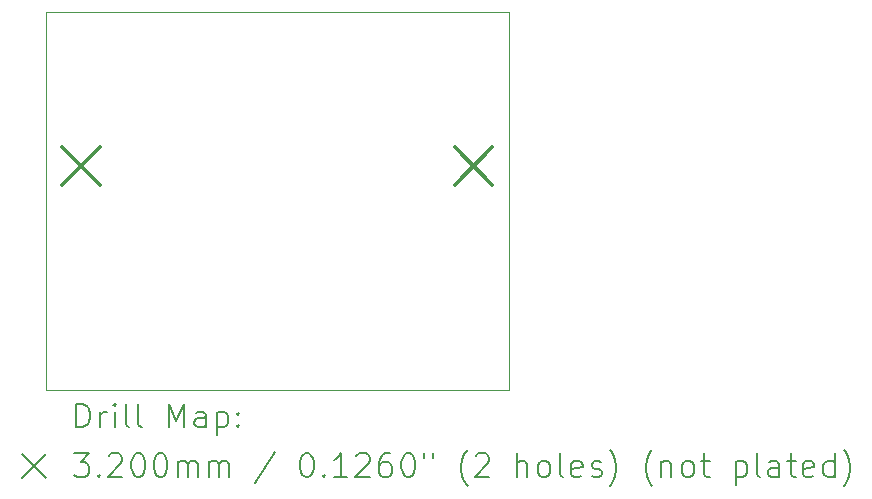
<source format=gbr>
%TF.GenerationSoftware,KiCad,Pcbnew,8.0.5*%
%TF.CreationDate,2024-10-24T17:48:36+02:00*%
%TF.ProjectId,parallel_adapter,70617261-6c6c-4656-9c5f-616461707465,rev?*%
%TF.SameCoordinates,Original*%
%TF.FileFunction,Drillmap*%
%TF.FilePolarity,Positive*%
%FSLAX45Y45*%
G04 Gerber Fmt 4.5, Leading zero omitted, Abs format (unit mm)*
G04 Created by KiCad (PCBNEW 8.0.5) date 2024-10-24 17:48:36*
%MOMM*%
%LPD*%
G01*
G04 APERTURE LIST*
%ADD10C,0.050000*%
%ADD11C,0.200000*%
%ADD12C,0.320000*%
G04 APERTURE END LIST*
D10*
X13060000Y-6920000D02*
X16980000Y-6920000D01*
X16980000Y-10120000D01*
X13060000Y-10120000D01*
X13060000Y-6920000D01*
D11*
D12*
X13200000Y-8060000D02*
X13520000Y-8380000D01*
X13520000Y-8060000D02*
X13200000Y-8380000D01*
X16520000Y-8060000D02*
X16840000Y-8380000D01*
X16840000Y-8060000D02*
X16520000Y-8380000D01*
D11*
X13318277Y-10433984D02*
X13318277Y-10233984D01*
X13318277Y-10233984D02*
X13365896Y-10233984D01*
X13365896Y-10233984D02*
X13394467Y-10243508D01*
X13394467Y-10243508D02*
X13413515Y-10262555D01*
X13413515Y-10262555D02*
X13423039Y-10281603D01*
X13423039Y-10281603D02*
X13432562Y-10319698D01*
X13432562Y-10319698D02*
X13432562Y-10348270D01*
X13432562Y-10348270D02*
X13423039Y-10386365D01*
X13423039Y-10386365D02*
X13413515Y-10405412D01*
X13413515Y-10405412D02*
X13394467Y-10424460D01*
X13394467Y-10424460D02*
X13365896Y-10433984D01*
X13365896Y-10433984D02*
X13318277Y-10433984D01*
X13518277Y-10433984D02*
X13518277Y-10300650D01*
X13518277Y-10338746D02*
X13527801Y-10319698D01*
X13527801Y-10319698D02*
X13537324Y-10310174D01*
X13537324Y-10310174D02*
X13556372Y-10300650D01*
X13556372Y-10300650D02*
X13575420Y-10300650D01*
X13642086Y-10433984D02*
X13642086Y-10300650D01*
X13642086Y-10233984D02*
X13632562Y-10243508D01*
X13632562Y-10243508D02*
X13642086Y-10253031D01*
X13642086Y-10253031D02*
X13651610Y-10243508D01*
X13651610Y-10243508D02*
X13642086Y-10233984D01*
X13642086Y-10233984D02*
X13642086Y-10253031D01*
X13765896Y-10433984D02*
X13746848Y-10424460D01*
X13746848Y-10424460D02*
X13737324Y-10405412D01*
X13737324Y-10405412D02*
X13737324Y-10233984D01*
X13870658Y-10433984D02*
X13851610Y-10424460D01*
X13851610Y-10424460D02*
X13842086Y-10405412D01*
X13842086Y-10405412D02*
X13842086Y-10233984D01*
X14099229Y-10433984D02*
X14099229Y-10233984D01*
X14099229Y-10233984D02*
X14165896Y-10376841D01*
X14165896Y-10376841D02*
X14232562Y-10233984D01*
X14232562Y-10233984D02*
X14232562Y-10433984D01*
X14413515Y-10433984D02*
X14413515Y-10329222D01*
X14413515Y-10329222D02*
X14403991Y-10310174D01*
X14403991Y-10310174D02*
X14384943Y-10300650D01*
X14384943Y-10300650D02*
X14346848Y-10300650D01*
X14346848Y-10300650D02*
X14327801Y-10310174D01*
X14413515Y-10424460D02*
X14394467Y-10433984D01*
X14394467Y-10433984D02*
X14346848Y-10433984D01*
X14346848Y-10433984D02*
X14327801Y-10424460D01*
X14327801Y-10424460D02*
X14318277Y-10405412D01*
X14318277Y-10405412D02*
X14318277Y-10386365D01*
X14318277Y-10386365D02*
X14327801Y-10367317D01*
X14327801Y-10367317D02*
X14346848Y-10357793D01*
X14346848Y-10357793D02*
X14394467Y-10357793D01*
X14394467Y-10357793D02*
X14413515Y-10348270D01*
X14508753Y-10300650D02*
X14508753Y-10500650D01*
X14508753Y-10310174D02*
X14527801Y-10300650D01*
X14527801Y-10300650D02*
X14565896Y-10300650D01*
X14565896Y-10300650D02*
X14584943Y-10310174D01*
X14584943Y-10310174D02*
X14594467Y-10319698D01*
X14594467Y-10319698D02*
X14603991Y-10338746D01*
X14603991Y-10338746D02*
X14603991Y-10395889D01*
X14603991Y-10395889D02*
X14594467Y-10414936D01*
X14594467Y-10414936D02*
X14584943Y-10424460D01*
X14584943Y-10424460D02*
X14565896Y-10433984D01*
X14565896Y-10433984D02*
X14527801Y-10433984D01*
X14527801Y-10433984D02*
X14508753Y-10424460D01*
X14689705Y-10414936D02*
X14699229Y-10424460D01*
X14699229Y-10424460D02*
X14689705Y-10433984D01*
X14689705Y-10433984D02*
X14680182Y-10424460D01*
X14680182Y-10424460D02*
X14689705Y-10414936D01*
X14689705Y-10414936D02*
X14689705Y-10433984D01*
X14689705Y-10310174D02*
X14699229Y-10319698D01*
X14699229Y-10319698D02*
X14689705Y-10329222D01*
X14689705Y-10329222D02*
X14680182Y-10319698D01*
X14680182Y-10319698D02*
X14689705Y-10310174D01*
X14689705Y-10310174D02*
X14689705Y-10329222D01*
X12857500Y-10662500D02*
X13057500Y-10862500D01*
X13057500Y-10662500D02*
X12857500Y-10862500D01*
X13299229Y-10653984D02*
X13423039Y-10653984D01*
X13423039Y-10653984D02*
X13356372Y-10730174D01*
X13356372Y-10730174D02*
X13384943Y-10730174D01*
X13384943Y-10730174D02*
X13403991Y-10739698D01*
X13403991Y-10739698D02*
X13413515Y-10749222D01*
X13413515Y-10749222D02*
X13423039Y-10768270D01*
X13423039Y-10768270D02*
X13423039Y-10815889D01*
X13423039Y-10815889D02*
X13413515Y-10834936D01*
X13413515Y-10834936D02*
X13403991Y-10844460D01*
X13403991Y-10844460D02*
X13384943Y-10853984D01*
X13384943Y-10853984D02*
X13327801Y-10853984D01*
X13327801Y-10853984D02*
X13308753Y-10844460D01*
X13308753Y-10844460D02*
X13299229Y-10834936D01*
X13508753Y-10834936D02*
X13518277Y-10844460D01*
X13518277Y-10844460D02*
X13508753Y-10853984D01*
X13508753Y-10853984D02*
X13499229Y-10844460D01*
X13499229Y-10844460D02*
X13508753Y-10834936D01*
X13508753Y-10834936D02*
X13508753Y-10853984D01*
X13594467Y-10673031D02*
X13603991Y-10663508D01*
X13603991Y-10663508D02*
X13623039Y-10653984D01*
X13623039Y-10653984D02*
X13670658Y-10653984D01*
X13670658Y-10653984D02*
X13689705Y-10663508D01*
X13689705Y-10663508D02*
X13699229Y-10673031D01*
X13699229Y-10673031D02*
X13708753Y-10692079D01*
X13708753Y-10692079D02*
X13708753Y-10711127D01*
X13708753Y-10711127D02*
X13699229Y-10739698D01*
X13699229Y-10739698D02*
X13584943Y-10853984D01*
X13584943Y-10853984D02*
X13708753Y-10853984D01*
X13832562Y-10653984D02*
X13851610Y-10653984D01*
X13851610Y-10653984D02*
X13870658Y-10663508D01*
X13870658Y-10663508D02*
X13880182Y-10673031D01*
X13880182Y-10673031D02*
X13889705Y-10692079D01*
X13889705Y-10692079D02*
X13899229Y-10730174D01*
X13899229Y-10730174D02*
X13899229Y-10777793D01*
X13899229Y-10777793D02*
X13889705Y-10815889D01*
X13889705Y-10815889D02*
X13880182Y-10834936D01*
X13880182Y-10834936D02*
X13870658Y-10844460D01*
X13870658Y-10844460D02*
X13851610Y-10853984D01*
X13851610Y-10853984D02*
X13832562Y-10853984D01*
X13832562Y-10853984D02*
X13813515Y-10844460D01*
X13813515Y-10844460D02*
X13803991Y-10834936D01*
X13803991Y-10834936D02*
X13794467Y-10815889D01*
X13794467Y-10815889D02*
X13784943Y-10777793D01*
X13784943Y-10777793D02*
X13784943Y-10730174D01*
X13784943Y-10730174D02*
X13794467Y-10692079D01*
X13794467Y-10692079D02*
X13803991Y-10673031D01*
X13803991Y-10673031D02*
X13813515Y-10663508D01*
X13813515Y-10663508D02*
X13832562Y-10653984D01*
X14023039Y-10653984D02*
X14042086Y-10653984D01*
X14042086Y-10653984D02*
X14061134Y-10663508D01*
X14061134Y-10663508D02*
X14070658Y-10673031D01*
X14070658Y-10673031D02*
X14080182Y-10692079D01*
X14080182Y-10692079D02*
X14089705Y-10730174D01*
X14089705Y-10730174D02*
X14089705Y-10777793D01*
X14089705Y-10777793D02*
X14080182Y-10815889D01*
X14080182Y-10815889D02*
X14070658Y-10834936D01*
X14070658Y-10834936D02*
X14061134Y-10844460D01*
X14061134Y-10844460D02*
X14042086Y-10853984D01*
X14042086Y-10853984D02*
X14023039Y-10853984D01*
X14023039Y-10853984D02*
X14003991Y-10844460D01*
X14003991Y-10844460D02*
X13994467Y-10834936D01*
X13994467Y-10834936D02*
X13984943Y-10815889D01*
X13984943Y-10815889D02*
X13975420Y-10777793D01*
X13975420Y-10777793D02*
X13975420Y-10730174D01*
X13975420Y-10730174D02*
X13984943Y-10692079D01*
X13984943Y-10692079D02*
X13994467Y-10673031D01*
X13994467Y-10673031D02*
X14003991Y-10663508D01*
X14003991Y-10663508D02*
X14023039Y-10653984D01*
X14175420Y-10853984D02*
X14175420Y-10720650D01*
X14175420Y-10739698D02*
X14184943Y-10730174D01*
X14184943Y-10730174D02*
X14203991Y-10720650D01*
X14203991Y-10720650D02*
X14232563Y-10720650D01*
X14232563Y-10720650D02*
X14251610Y-10730174D01*
X14251610Y-10730174D02*
X14261134Y-10749222D01*
X14261134Y-10749222D02*
X14261134Y-10853984D01*
X14261134Y-10749222D02*
X14270658Y-10730174D01*
X14270658Y-10730174D02*
X14289705Y-10720650D01*
X14289705Y-10720650D02*
X14318277Y-10720650D01*
X14318277Y-10720650D02*
X14337324Y-10730174D01*
X14337324Y-10730174D02*
X14346848Y-10749222D01*
X14346848Y-10749222D02*
X14346848Y-10853984D01*
X14442086Y-10853984D02*
X14442086Y-10720650D01*
X14442086Y-10739698D02*
X14451610Y-10730174D01*
X14451610Y-10730174D02*
X14470658Y-10720650D01*
X14470658Y-10720650D02*
X14499229Y-10720650D01*
X14499229Y-10720650D02*
X14518277Y-10730174D01*
X14518277Y-10730174D02*
X14527801Y-10749222D01*
X14527801Y-10749222D02*
X14527801Y-10853984D01*
X14527801Y-10749222D02*
X14537324Y-10730174D01*
X14537324Y-10730174D02*
X14556372Y-10720650D01*
X14556372Y-10720650D02*
X14584943Y-10720650D01*
X14584943Y-10720650D02*
X14603991Y-10730174D01*
X14603991Y-10730174D02*
X14613515Y-10749222D01*
X14613515Y-10749222D02*
X14613515Y-10853984D01*
X15003991Y-10644460D02*
X14832563Y-10901603D01*
X15261134Y-10653984D02*
X15280182Y-10653984D01*
X15280182Y-10653984D02*
X15299229Y-10663508D01*
X15299229Y-10663508D02*
X15308753Y-10673031D01*
X15308753Y-10673031D02*
X15318277Y-10692079D01*
X15318277Y-10692079D02*
X15327801Y-10730174D01*
X15327801Y-10730174D02*
X15327801Y-10777793D01*
X15327801Y-10777793D02*
X15318277Y-10815889D01*
X15318277Y-10815889D02*
X15308753Y-10834936D01*
X15308753Y-10834936D02*
X15299229Y-10844460D01*
X15299229Y-10844460D02*
X15280182Y-10853984D01*
X15280182Y-10853984D02*
X15261134Y-10853984D01*
X15261134Y-10853984D02*
X15242086Y-10844460D01*
X15242086Y-10844460D02*
X15232563Y-10834936D01*
X15232563Y-10834936D02*
X15223039Y-10815889D01*
X15223039Y-10815889D02*
X15213515Y-10777793D01*
X15213515Y-10777793D02*
X15213515Y-10730174D01*
X15213515Y-10730174D02*
X15223039Y-10692079D01*
X15223039Y-10692079D02*
X15232563Y-10673031D01*
X15232563Y-10673031D02*
X15242086Y-10663508D01*
X15242086Y-10663508D02*
X15261134Y-10653984D01*
X15413515Y-10834936D02*
X15423039Y-10844460D01*
X15423039Y-10844460D02*
X15413515Y-10853984D01*
X15413515Y-10853984D02*
X15403991Y-10844460D01*
X15403991Y-10844460D02*
X15413515Y-10834936D01*
X15413515Y-10834936D02*
X15413515Y-10853984D01*
X15613515Y-10853984D02*
X15499229Y-10853984D01*
X15556372Y-10853984D02*
X15556372Y-10653984D01*
X15556372Y-10653984D02*
X15537325Y-10682555D01*
X15537325Y-10682555D02*
X15518277Y-10701603D01*
X15518277Y-10701603D02*
X15499229Y-10711127D01*
X15689706Y-10673031D02*
X15699229Y-10663508D01*
X15699229Y-10663508D02*
X15718277Y-10653984D01*
X15718277Y-10653984D02*
X15765896Y-10653984D01*
X15765896Y-10653984D02*
X15784944Y-10663508D01*
X15784944Y-10663508D02*
X15794467Y-10673031D01*
X15794467Y-10673031D02*
X15803991Y-10692079D01*
X15803991Y-10692079D02*
X15803991Y-10711127D01*
X15803991Y-10711127D02*
X15794467Y-10739698D01*
X15794467Y-10739698D02*
X15680182Y-10853984D01*
X15680182Y-10853984D02*
X15803991Y-10853984D01*
X15975420Y-10653984D02*
X15937325Y-10653984D01*
X15937325Y-10653984D02*
X15918277Y-10663508D01*
X15918277Y-10663508D02*
X15908753Y-10673031D01*
X15908753Y-10673031D02*
X15889706Y-10701603D01*
X15889706Y-10701603D02*
X15880182Y-10739698D01*
X15880182Y-10739698D02*
X15880182Y-10815889D01*
X15880182Y-10815889D02*
X15889706Y-10834936D01*
X15889706Y-10834936D02*
X15899229Y-10844460D01*
X15899229Y-10844460D02*
X15918277Y-10853984D01*
X15918277Y-10853984D02*
X15956372Y-10853984D01*
X15956372Y-10853984D02*
X15975420Y-10844460D01*
X15975420Y-10844460D02*
X15984944Y-10834936D01*
X15984944Y-10834936D02*
X15994467Y-10815889D01*
X15994467Y-10815889D02*
X15994467Y-10768270D01*
X15994467Y-10768270D02*
X15984944Y-10749222D01*
X15984944Y-10749222D02*
X15975420Y-10739698D01*
X15975420Y-10739698D02*
X15956372Y-10730174D01*
X15956372Y-10730174D02*
X15918277Y-10730174D01*
X15918277Y-10730174D02*
X15899229Y-10739698D01*
X15899229Y-10739698D02*
X15889706Y-10749222D01*
X15889706Y-10749222D02*
X15880182Y-10768270D01*
X16118277Y-10653984D02*
X16137325Y-10653984D01*
X16137325Y-10653984D02*
X16156372Y-10663508D01*
X16156372Y-10663508D02*
X16165896Y-10673031D01*
X16165896Y-10673031D02*
X16175420Y-10692079D01*
X16175420Y-10692079D02*
X16184944Y-10730174D01*
X16184944Y-10730174D02*
X16184944Y-10777793D01*
X16184944Y-10777793D02*
X16175420Y-10815889D01*
X16175420Y-10815889D02*
X16165896Y-10834936D01*
X16165896Y-10834936D02*
X16156372Y-10844460D01*
X16156372Y-10844460D02*
X16137325Y-10853984D01*
X16137325Y-10853984D02*
X16118277Y-10853984D01*
X16118277Y-10853984D02*
X16099229Y-10844460D01*
X16099229Y-10844460D02*
X16089706Y-10834936D01*
X16089706Y-10834936D02*
X16080182Y-10815889D01*
X16080182Y-10815889D02*
X16070658Y-10777793D01*
X16070658Y-10777793D02*
X16070658Y-10730174D01*
X16070658Y-10730174D02*
X16080182Y-10692079D01*
X16080182Y-10692079D02*
X16089706Y-10673031D01*
X16089706Y-10673031D02*
X16099229Y-10663508D01*
X16099229Y-10663508D02*
X16118277Y-10653984D01*
X16261134Y-10653984D02*
X16261134Y-10692079D01*
X16337325Y-10653984D02*
X16337325Y-10692079D01*
X16632563Y-10930174D02*
X16623039Y-10920650D01*
X16623039Y-10920650D02*
X16603991Y-10892079D01*
X16603991Y-10892079D02*
X16594468Y-10873031D01*
X16594468Y-10873031D02*
X16584944Y-10844460D01*
X16584944Y-10844460D02*
X16575420Y-10796841D01*
X16575420Y-10796841D02*
X16575420Y-10758746D01*
X16575420Y-10758746D02*
X16584944Y-10711127D01*
X16584944Y-10711127D02*
X16594468Y-10682555D01*
X16594468Y-10682555D02*
X16603991Y-10663508D01*
X16603991Y-10663508D02*
X16623039Y-10634936D01*
X16623039Y-10634936D02*
X16632563Y-10625412D01*
X16699229Y-10673031D02*
X16708753Y-10663508D01*
X16708753Y-10663508D02*
X16727801Y-10653984D01*
X16727801Y-10653984D02*
X16775420Y-10653984D01*
X16775420Y-10653984D02*
X16794468Y-10663508D01*
X16794468Y-10663508D02*
X16803991Y-10673031D01*
X16803991Y-10673031D02*
X16813515Y-10692079D01*
X16813515Y-10692079D02*
X16813515Y-10711127D01*
X16813515Y-10711127D02*
X16803991Y-10739698D01*
X16803991Y-10739698D02*
X16689706Y-10853984D01*
X16689706Y-10853984D02*
X16813515Y-10853984D01*
X17051611Y-10853984D02*
X17051611Y-10653984D01*
X17137325Y-10853984D02*
X17137325Y-10749222D01*
X17137325Y-10749222D02*
X17127801Y-10730174D01*
X17127801Y-10730174D02*
X17108753Y-10720650D01*
X17108753Y-10720650D02*
X17080182Y-10720650D01*
X17080182Y-10720650D02*
X17061134Y-10730174D01*
X17061134Y-10730174D02*
X17051611Y-10739698D01*
X17261134Y-10853984D02*
X17242087Y-10844460D01*
X17242087Y-10844460D02*
X17232563Y-10834936D01*
X17232563Y-10834936D02*
X17223039Y-10815889D01*
X17223039Y-10815889D02*
X17223039Y-10758746D01*
X17223039Y-10758746D02*
X17232563Y-10739698D01*
X17232563Y-10739698D02*
X17242087Y-10730174D01*
X17242087Y-10730174D02*
X17261134Y-10720650D01*
X17261134Y-10720650D02*
X17289706Y-10720650D01*
X17289706Y-10720650D02*
X17308753Y-10730174D01*
X17308753Y-10730174D02*
X17318277Y-10739698D01*
X17318277Y-10739698D02*
X17327801Y-10758746D01*
X17327801Y-10758746D02*
X17327801Y-10815889D01*
X17327801Y-10815889D02*
X17318277Y-10834936D01*
X17318277Y-10834936D02*
X17308753Y-10844460D01*
X17308753Y-10844460D02*
X17289706Y-10853984D01*
X17289706Y-10853984D02*
X17261134Y-10853984D01*
X17442087Y-10853984D02*
X17423039Y-10844460D01*
X17423039Y-10844460D02*
X17413515Y-10825412D01*
X17413515Y-10825412D02*
X17413515Y-10653984D01*
X17594468Y-10844460D02*
X17575420Y-10853984D01*
X17575420Y-10853984D02*
X17537325Y-10853984D01*
X17537325Y-10853984D02*
X17518277Y-10844460D01*
X17518277Y-10844460D02*
X17508753Y-10825412D01*
X17508753Y-10825412D02*
X17508753Y-10749222D01*
X17508753Y-10749222D02*
X17518277Y-10730174D01*
X17518277Y-10730174D02*
X17537325Y-10720650D01*
X17537325Y-10720650D02*
X17575420Y-10720650D01*
X17575420Y-10720650D02*
X17594468Y-10730174D01*
X17594468Y-10730174D02*
X17603992Y-10749222D01*
X17603992Y-10749222D02*
X17603992Y-10768270D01*
X17603992Y-10768270D02*
X17508753Y-10787317D01*
X17680182Y-10844460D02*
X17699230Y-10853984D01*
X17699230Y-10853984D02*
X17737325Y-10853984D01*
X17737325Y-10853984D02*
X17756373Y-10844460D01*
X17756373Y-10844460D02*
X17765896Y-10825412D01*
X17765896Y-10825412D02*
X17765896Y-10815889D01*
X17765896Y-10815889D02*
X17756373Y-10796841D01*
X17756373Y-10796841D02*
X17737325Y-10787317D01*
X17737325Y-10787317D02*
X17708753Y-10787317D01*
X17708753Y-10787317D02*
X17689706Y-10777793D01*
X17689706Y-10777793D02*
X17680182Y-10758746D01*
X17680182Y-10758746D02*
X17680182Y-10749222D01*
X17680182Y-10749222D02*
X17689706Y-10730174D01*
X17689706Y-10730174D02*
X17708753Y-10720650D01*
X17708753Y-10720650D02*
X17737325Y-10720650D01*
X17737325Y-10720650D02*
X17756373Y-10730174D01*
X17832563Y-10930174D02*
X17842087Y-10920650D01*
X17842087Y-10920650D02*
X17861134Y-10892079D01*
X17861134Y-10892079D02*
X17870658Y-10873031D01*
X17870658Y-10873031D02*
X17880182Y-10844460D01*
X17880182Y-10844460D02*
X17889706Y-10796841D01*
X17889706Y-10796841D02*
X17889706Y-10758746D01*
X17889706Y-10758746D02*
X17880182Y-10711127D01*
X17880182Y-10711127D02*
X17870658Y-10682555D01*
X17870658Y-10682555D02*
X17861134Y-10663508D01*
X17861134Y-10663508D02*
X17842087Y-10634936D01*
X17842087Y-10634936D02*
X17832563Y-10625412D01*
X18194468Y-10930174D02*
X18184944Y-10920650D01*
X18184944Y-10920650D02*
X18165896Y-10892079D01*
X18165896Y-10892079D02*
X18156373Y-10873031D01*
X18156373Y-10873031D02*
X18146849Y-10844460D01*
X18146849Y-10844460D02*
X18137325Y-10796841D01*
X18137325Y-10796841D02*
X18137325Y-10758746D01*
X18137325Y-10758746D02*
X18146849Y-10711127D01*
X18146849Y-10711127D02*
X18156373Y-10682555D01*
X18156373Y-10682555D02*
X18165896Y-10663508D01*
X18165896Y-10663508D02*
X18184944Y-10634936D01*
X18184944Y-10634936D02*
X18194468Y-10625412D01*
X18270658Y-10720650D02*
X18270658Y-10853984D01*
X18270658Y-10739698D02*
X18280182Y-10730174D01*
X18280182Y-10730174D02*
X18299230Y-10720650D01*
X18299230Y-10720650D02*
X18327801Y-10720650D01*
X18327801Y-10720650D02*
X18346849Y-10730174D01*
X18346849Y-10730174D02*
X18356373Y-10749222D01*
X18356373Y-10749222D02*
X18356373Y-10853984D01*
X18480182Y-10853984D02*
X18461134Y-10844460D01*
X18461134Y-10844460D02*
X18451611Y-10834936D01*
X18451611Y-10834936D02*
X18442087Y-10815889D01*
X18442087Y-10815889D02*
X18442087Y-10758746D01*
X18442087Y-10758746D02*
X18451611Y-10739698D01*
X18451611Y-10739698D02*
X18461134Y-10730174D01*
X18461134Y-10730174D02*
X18480182Y-10720650D01*
X18480182Y-10720650D02*
X18508754Y-10720650D01*
X18508754Y-10720650D02*
X18527801Y-10730174D01*
X18527801Y-10730174D02*
X18537325Y-10739698D01*
X18537325Y-10739698D02*
X18546849Y-10758746D01*
X18546849Y-10758746D02*
X18546849Y-10815889D01*
X18546849Y-10815889D02*
X18537325Y-10834936D01*
X18537325Y-10834936D02*
X18527801Y-10844460D01*
X18527801Y-10844460D02*
X18508754Y-10853984D01*
X18508754Y-10853984D02*
X18480182Y-10853984D01*
X18603992Y-10720650D02*
X18680182Y-10720650D01*
X18632563Y-10653984D02*
X18632563Y-10825412D01*
X18632563Y-10825412D02*
X18642087Y-10844460D01*
X18642087Y-10844460D02*
X18661134Y-10853984D01*
X18661134Y-10853984D02*
X18680182Y-10853984D01*
X18899230Y-10720650D02*
X18899230Y-10920650D01*
X18899230Y-10730174D02*
X18918277Y-10720650D01*
X18918277Y-10720650D02*
X18956373Y-10720650D01*
X18956373Y-10720650D02*
X18975420Y-10730174D01*
X18975420Y-10730174D02*
X18984944Y-10739698D01*
X18984944Y-10739698D02*
X18994468Y-10758746D01*
X18994468Y-10758746D02*
X18994468Y-10815889D01*
X18994468Y-10815889D02*
X18984944Y-10834936D01*
X18984944Y-10834936D02*
X18975420Y-10844460D01*
X18975420Y-10844460D02*
X18956373Y-10853984D01*
X18956373Y-10853984D02*
X18918277Y-10853984D01*
X18918277Y-10853984D02*
X18899230Y-10844460D01*
X19108754Y-10853984D02*
X19089706Y-10844460D01*
X19089706Y-10844460D02*
X19080182Y-10825412D01*
X19080182Y-10825412D02*
X19080182Y-10653984D01*
X19270658Y-10853984D02*
X19270658Y-10749222D01*
X19270658Y-10749222D02*
X19261135Y-10730174D01*
X19261135Y-10730174D02*
X19242087Y-10720650D01*
X19242087Y-10720650D02*
X19203992Y-10720650D01*
X19203992Y-10720650D02*
X19184944Y-10730174D01*
X19270658Y-10844460D02*
X19251611Y-10853984D01*
X19251611Y-10853984D02*
X19203992Y-10853984D01*
X19203992Y-10853984D02*
X19184944Y-10844460D01*
X19184944Y-10844460D02*
X19175420Y-10825412D01*
X19175420Y-10825412D02*
X19175420Y-10806365D01*
X19175420Y-10806365D02*
X19184944Y-10787317D01*
X19184944Y-10787317D02*
X19203992Y-10777793D01*
X19203992Y-10777793D02*
X19251611Y-10777793D01*
X19251611Y-10777793D02*
X19270658Y-10768270D01*
X19337325Y-10720650D02*
X19413515Y-10720650D01*
X19365896Y-10653984D02*
X19365896Y-10825412D01*
X19365896Y-10825412D02*
X19375420Y-10844460D01*
X19375420Y-10844460D02*
X19394468Y-10853984D01*
X19394468Y-10853984D02*
X19413515Y-10853984D01*
X19556373Y-10844460D02*
X19537325Y-10853984D01*
X19537325Y-10853984D02*
X19499230Y-10853984D01*
X19499230Y-10853984D02*
X19480182Y-10844460D01*
X19480182Y-10844460D02*
X19470658Y-10825412D01*
X19470658Y-10825412D02*
X19470658Y-10749222D01*
X19470658Y-10749222D02*
X19480182Y-10730174D01*
X19480182Y-10730174D02*
X19499230Y-10720650D01*
X19499230Y-10720650D02*
X19537325Y-10720650D01*
X19537325Y-10720650D02*
X19556373Y-10730174D01*
X19556373Y-10730174D02*
X19565896Y-10749222D01*
X19565896Y-10749222D02*
X19565896Y-10768270D01*
X19565896Y-10768270D02*
X19470658Y-10787317D01*
X19737325Y-10853984D02*
X19737325Y-10653984D01*
X19737325Y-10844460D02*
X19718277Y-10853984D01*
X19718277Y-10853984D02*
X19680182Y-10853984D01*
X19680182Y-10853984D02*
X19661135Y-10844460D01*
X19661135Y-10844460D02*
X19651611Y-10834936D01*
X19651611Y-10834936D02*
X19642087Y-10815889D01*
X19642087Y-10815889D02*
X19642087Y-10758746D01*
X19642087Y-10758746D02*
X19651611Y-10739698D01*
X19651611Y-10739698D02*
X19661135Y-10730174D01*
X19661135Y-10730174D02*
X19680182Y-10720650D01*
X19680182Y-10720650D02*
X19718277Y-10720650D01*
X19718277Y-10720650D02*
X19737325Y-10730174D01*
X19813516Y-10930174D02*
X19823039Y-10920650D01*
X19823039Y-10920650D02*
X19842087Y-10892079D01*
X19842087Y-10892079D02*
X19851611Y-10873031D01*
X19851611Y-10873031D02*
X19861135Y-10844460D01*
X19861135Y-10844460D02*
X19870658Y-10796841D01*
X19870658Y-10796841D02*
X19870658Y-10758746D01*
X19870658Y-10758746D02*
X19861135Y-10711127D01*
X19861135Y-10711127D02*
X19851611Y-10682555D01*
X19851611Y-10682555D02*
X19842087Y-10663508D01*
X19842087Y-10663508D02*
X19823039Y-10634936D01*
X19823039Y-10634936D02*
X19813516Y-10625412D01*
M02*

</source>
